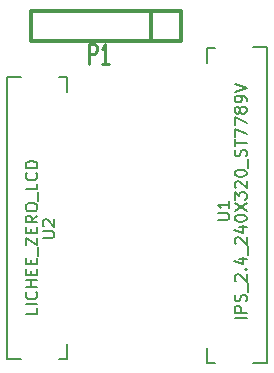
<source format=gto>
G04 (created by PCBNEW (22-Jun-2014 BZR 4027)-stable) date Thu 28 Jun 2018 06:00:14 PM CST*
%MOIN*%
G04 Gerber Fmt 3.4, Leading zero omitted, Abs format*
%FSLAX34Y34*%
G01*
G70*
G90*
G04 APERTURE LIST*
%ADD10C,0.00590551*%
%ADD11C,0.012*%
%ADD12C,0.0107*%
G04 APERTURE END LIST*
G54D10*
G54D11*
X124800Y-93700D02*
X124800Y-94700D01*
X124800Y-94700D02*
X119800Y-94700D01*
X119800Y-94700D02*
X119800Y-93700D01*
X119800Y-93700D02*
X124800Y-93700D01*
X123800Y-93700D02*
X123800Y-94700D01*
G54D10*
X127200Y-105450D02*
X127650Y-105450D01*
X127650Y-105450D02*
X127650Y-94925D01*
X127650Y-94925D02*
X127200Y-94925D01*
X125925Y-94950D02*
X125650Y-94950D01*
X125650Y-94950D02*
X125650Y-95450D01*
X125650Y-104950D02*
X125650Y-105450D01*
X125650Y-105450D02*
X125925Y-105450D01*
X119000Y-95900D02*
X119000Y-105300D01*
X119450Y-95900D02*
X119000Y-95900D01*
X119000Y-105325D02*
X119450Y-105325D01*
X120724Y-105300D02*
X121000Y-105300D01*
X121000Y-105300D02*
X121000Y-104800D01*
X121000Y-96400D02*
X121000Y-95900D01*
X121000Y-95900D02*
X120724Y-95900D01*
G54D12*
X121734Y-95475D02*
X121734Y-94794D01*
X121897Y-94794D01*
X121937Y-94827D01*
X121958Y-94859D01*
X121978Y-94924D01*
X121978Y-95021D01*
X121958Y-95086D01*
X121937Y-95118D01*
X121897Y-95151D01*
X121734Y-95151D01*
X122386Y-95475D02*
X122141Y-95475D01*
X122264Y-95475D02*
X122264Y-94794D01*
X122223Y-94891D01*
X122182Y-94956D01*
X122141Y-94989D01*
G54D11*
G54D10*
X126006Y-100675D02*
X126324Y-100675D01*
X126362Y-100656D01*
X126381Y-100637D01*
X126399Y-100600D01*
X126399Y-100525D01*
X126381Y-100487D01*
X126362Y-100468D01*
X126324Y-100450D01*
X126006Y-100450D01*
X126399Y-100056D02*
X126399Y-100281D01*
X126399Y-100168D02*
X126006Y-100168D01*
X126062Y-100206D01*
X126099Y-100243D01*
X126118Y-100281D01*
X126970Y-103951D02*
X126577Y-103951D01*
X126970Y-103763D02*
X126577Y-103763D01*
X126577Y-103613D01*
X126595Y-103576D01*
X126614Y-103557D01*
X126652Y-103538D01*
X126708Y-103538D01*
X126745Y-103557D01*
X126764Y-103576D01*
X126783Y-103613D01*
X126783Y-103763D01*
X126952Y-103388D02*
X126970Y-103332D01*
X126970Y-103238D01*
X126952Y-103201D01*
X126933Y-103182D01*
X126895Y-103163D01*
X126858Y-103163D01*
X126820Y-103182D01*
X126802Y-103201D01*
X126783Y-103238D01*
X126764Y-103313D01*
X126745Y-103351D01*
X126727Y-103370D01*
X126689Y-103388D01*
X126652Y-103388D01*
X126614Y-103370D01*
X126595Y-103351D01*
X126577Y-103313D01*
X126577Y-103220D01*
X126595Y-103163D01*
X127008Y-103088D02*
X127008Y-102788D01*
X126614Y-102713D02*
X126595Y-102695D01*
X126577Y-102657D01*
X126577Y-102563D01*
X126595Y-102526D01*
X126614Y-102507D01*
X126652Y-102488D01*
X126689Y-102488D01*
X126745Y-102507D01*
X126970Y-102732D01*
X126970Y-102488D01*
X126933Y-102320D02*
X126952Y-102301D01*
X126970Y-102320D01*
X126952Y-102339D01*
X126933Y-102320D01*
X126970Y-102320D01*
X126708Y-101964D02*
X126970Y-101964D01*
X126558Y-102057D02*
X126839Y-102151D01*
X126839Y-101907D01*
X127008Y-101851D02*
X127008Y-101551D01*
X126614Y-101476D02*
X126595Y-101457D01*
X126577Y-101420D01*
X126577Y-101326D01*
X126595Y-101289D01*
X126614Y-101270D01*
X126652Y-101251D01*
X126689Y-101251D01*
X126745Y-101270D01*
X126970Y-101495D01*
X126970Y-101251D01*
X126708Y-100914D02*
X126970Y-100914D01*
X126558Y-101007D02*
X126839Y-101101D01*
X126839Y-100857D01*
X126577Y-100632D02*
X126577Y-100595D01*
X126595Y-100557D01*
X126614Y-100539D01*
X126652Y-100520D01*
X126727Y-100501D01*
X126820Y-100501D01*
X126895Y-100520D01*
X126933Y-100539D01*
X126952Y-100557D01*
X126970Y-100595D01*
X126970Y-100632D01*
X126952Y-100670D01*
X126933Y-100689D01*
X126895Y-100707D01*
X126820Y-100726D01*
X126727Y-100726D01*
X126652Y-100707D01*
X126614Y-100689D01*
X126595Y-100670D01*
X126577Y-100632D01*
X126577Y-100370D02*
X126970Y-100108D01*
X126577Y-100108D02*
X126970Y-100370D01*
X126577Y-99995D02*
X126577Y-99751D01*
X126727Y-99883D01*
X126727Y-99826D01*
X126745Y-99789D01*
X126764Y-99770D01*
X126802Y-99751D01*
X126895Y-99751D01*
X126933Y-99770D01*
X126952Y-99789D01*
X126970Y-99826D01*
X126970Y-99939D01*
X126952Y-99976D01*
X126933Y-99995D01*
X126614Y-99601D02*
X126595Y-99583D01*
X126577Y-99545D01*
X126577Y-99451D01*
X126595Y-99414D01*
X126614Y-99395D01*
X126652Y-99376D01*
X126689Y-99376D01*
X126745Y-99395D01*
X126970Y-99620D01*
X126970Y-99376D01*
X126577Y-99133D02*
X126577Y-99095D01*
X126595Y-99058D01*
X126614Y-99039D01*
X126652Y-99020D01*
X126727Y-99001D01*
X126820Y-99001D01*
X126895Y-99020D01*
X126933Y-99039D01*
X126952Y-99058D01*
X126970Y-99095D01*
X126970Y-99133D01*
X126952Y-99170D01*
X126933Y-99189D01*
X126895Y-99208D01*
X126820Y-99226D01*
X126727Y-99226D01*
X126652Y-99208D01*
X126614Y-99189D01*
X126595Y-99170D01*
X126577Y-99133D01*
X127008Y-98926D02*
X127008Y-98626D01*
X126952Y-98551D02*
X126970Y-98495D01*
X126970Y-98402D01*
X126952Y-98364D01*
X126933Y-98345D01*
X126895Y-98327D01*
X126858Y-98327D01*
X126820Y-98345D01*
X126802Y-98364D01*
X126783Y-98402D01*
X126764Y-98476D01*
X126745Y-98514D01*
X126727Y-98533D01*
X126689Y-98551D01*
X126652Y-98551D01*
X126614Y-98533D01*
X126595Y-98514D01*
X126577Y-98476D01*
X126577Y-98383D01*
X126595Y-98327D01*
X126577Y-98214D02*
X126577Y-97989D01*
X126970Y-98102D02*
X126577Y-98102D01*
X126577Y-97895D02*
X126577Y-97633D01*
X126970Y-97802D01*
X126577Y-97520D02*
X126577Y-97258D01*
X126970Y-97427D01*
X126745Y-97052D02*
X126727Y-97089D01*
X126708Y-97108D01*
X126670Y-97127D01*
X126652Y-97127D01*
X126614Y-97108D01*
X126595Y-97089D01*
X126577Y-97052D01*
X126577Y-96977D01*
X126595Y-96939D01*
X126614Y-96920D01*
X126652Y-96902D01*
X126670Y-96902D01*
X126708Y-96920D01*
X126727Y-96939D01*
X126745Y-96977D01*
X126745Y-97052D01*
X126764Y-97089D01*
X126783Y-97108D01*
X126820Y-97127D01*
X126895Y-97127D01*
X126933Y-97108D01*
X126952Y-97089D01*
X126970Y-97052D01*
X126970Y-96977D01*
X126952Y-96939D01*
X126933Y-96920D01*
X126895Y-96902D01*
X126820Y-96902D01*
X126783Y-96920D01*
X126764Y-96939D01*
X126745Y-96977D01*
X126970Y-96714D02*
X126970Y-96639D01*
X126952Y-96602D01*
X126933Y-96583D01*
X126877Y-96545D01*
X126802Y-96527D01*
X126652Y-96527D01*
X126614Y-96545D01*
X126595Y-96564D01*
X126577Y-96602D01*
X126577Y-96677D01*
X126595Y-96714D01*
X126614Y-96733D01*
X126652Y-96752D01*
X126745Y-96752D01*
X126783Y-96733D01*
X126802Y-96714D01*
X126820Y-96677D01*
X126820Y-96602D01*
X126802Y-96564D01*
X126783Y-96545D01*
X126745Y-96527D01*
X126577Y-96414D02*
X126970Y-96283D01*
X126577Y-96152D01*
X120175Y-101274D02*
X120493Y-101274D01*
X120531Y-101256D01*
X120550Y-101237D01*
X120568Y-101199D01*
X120568Y-101124D01*
X120550Y-101087D01*
X120531Y-101068D01*
X120493Y-101049D01*
X120175Y-101049D01*
X120212Y-100881D02*
X120193Y-100862D01*
X120175Y-100824D01*
X120175Y-100731D01*
X120193Y-100693D01*
X120212Y-100674D01*
X120250Y-100656D01*
X120287Y-100656D01*
X120343Y-100674D01*
X120568Y-100899D01*
X120568Y-100656D01*
X119997Y-103622D02*
X119997Y-103810D01*
X119604Y-103810D01*
X119997Y-103491D02*
X119604Y-103491D01*
X119960Y-103079D02*
X119979Y-103097D01*
X119997Y-103154D01*
X119997Y-103191D01*
X119979Y-103247D01*
X119941Y-103285D01*
X119904Y-103304D01*
X119829Y-103322D01*
X119772Y-103322D01*
X119697Y-103304D01*
X119660Y-103285D01*
X119622Y-103247D01*
X119604Y-103191D01*
X119604Y-103154D01*
X119622Y-103097D01*
X119641Y-103079D01*
X119997Y-102910D02*
X119604Y-102910D01*
X119791Y-102910D02*
X119791Y-102685D01*
X119997Y-102685D02*
X119604Y-102685D01*
X119791Y-102498D02*
X119791Y-102366D01*
X119997Y-102310D02*
X119997Y-102498D01*
X119604Y-102498D01*
X119604Y-102310D01*
X119791Y-102141D02*
X119791Y-102010D01*
X119997Y-101954D02*
X119997Y-102141D01*
X119604Y-102141D01*
X119604Y-101954D01*
X120035Y-101879D02*
X120035Y-101579D01*
X119604Y-101523D02*
X119604Y-101260D01*
X119997Y-101523D01*
X119997Y-101260D01*
X119791Y-101110D02*
X119791Y-100979D01*
X119997Y-100923D02*
X119997Y-101110D01*
X119604Y-101110D01*
X119604Y-100923D01*
X119997Y-100529D02*
X119810Y-100660D01*
X119997Y-100754D02*
X119604Y-100754D01*
X119604Y-100604D01*
X119622Y-100567D01*
X119641Y-100548D01*
X119679Y-100529D01*
X119735Y-100529D01*
X119772Y-100548D01*
X119791Y-100567D01*
X119810Y-100604D01*
X119810Y-100754D01*
X119604Y-100285D02*
X119604Y-100210D01*
X119622Y-100173D01*
X119660Y-100135D01*
X119735Y-100117D01*
X119866Y-100117D01*
X119941Y-100135D01*
X119979Y-100173D01*
X119997Y-100210D01*
X119997Y-100285D01*
X119979Y-100323D01*
X119941Y-100360D01*
X119866Y-100379D01*
X119735Y-100379D01*
X119660Y-100360D01*
X119622Y-100323D01*
X119604Y-100285D01*
X120035Y-100042D02*
X120035Y-99742D01*
X119997Y-99460D02*
X119997Y-99648D01*
X119604Y-99648D01*
X119960Y-99104D02*
X119979Y-99123D01*
X119997Y-99179D01*
X119997Y-99217D01*
X119979Y-99273D01*
X119941Y-99310D01*
X119904Y-99329D01*
X119829Y-99348D01*
X119772Y-99348D01*
X119697Y-99329D01*
X119660Y-99310D01*
X119622Y-99273D01*
X119604Y-99217D01*
X119604Y-99179D01*
X119622Y-99123D01*
X119641Y-99104D01*
X119997Y-98935D02*
X119604Y-98935D01*
X119604Y-98842D01*
X119622Y-98786D01*
X119660Y-98748D01*
X119697Y-98729D01*
X119772Y-98711D01*
X119829Y-98711D01*
X119904Y-98729D01*
X119941Y-98748D01*
X119979Y-98786D01*
X119997Y-98842D01*
X119997Y-98935D01*
M02*

</source>
